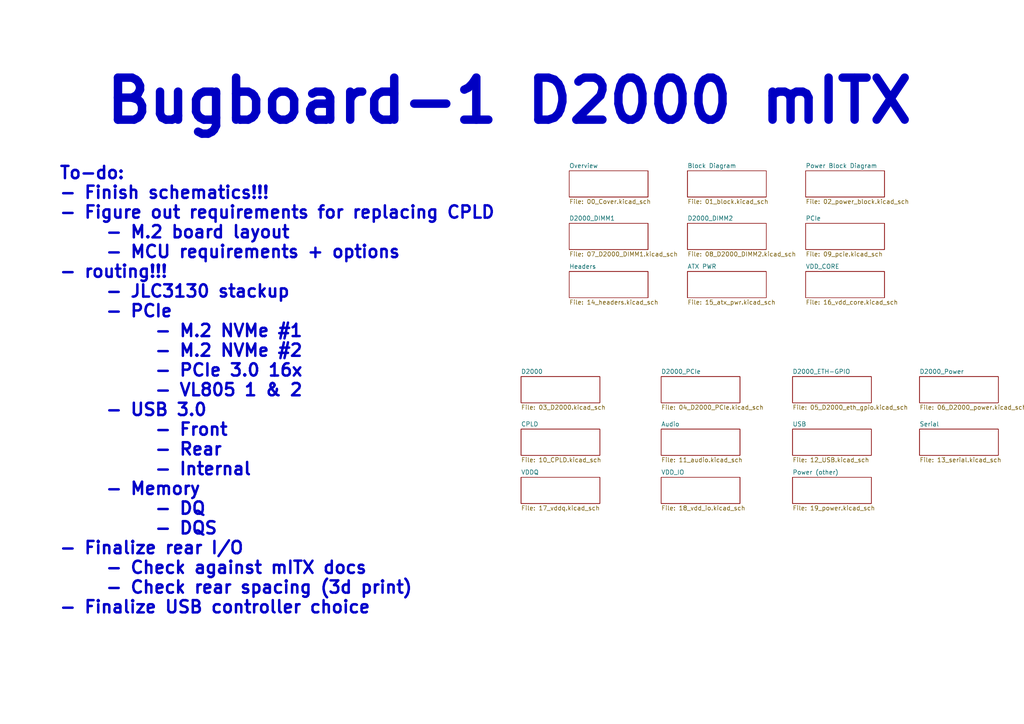
<source format=kicad_sch>
(kicad_sch
	(version 20250114)
	(generator "eeschema")
	(generator_version "9.0")
	(uuid "21839173-5070-4dd1-a061-b2cf3eec5d36")
	(paper "A4")
	(title_block
		(title "Bugboard-1 D2000 mITX")
		(date "2025-05-23")
		(rev "1.0")
	)
	(lib_symbols)
	(text "Bugboard-1 D2000 mITX"
		(exclude_from_sim no)
		(at 29.718 36.576 0)
		(effects
			(font
				(size 12.192 12.192)
				(thickness 2.4384)
				(bold yes)
			)
			(justify left bottom)
		)
		(uuid "196a0dbf-0500-4880-9cd5-3a3bc430d07b")
	)
	(text "To-do:\n- Finish schematics!!!\n- Figure out requirements for replacing CPLD\n	- M.2 board layout\n	- MCU requirements + options\n- routing!!!\n	- JLC3130 stackup\n	- PCIe\n		- M.2 NVMe #1\n		- M.2 NVMe #2\n		- PCIe 3.0 16x\n		- VL805 1 & 2\n	- USB 3.0\n		- Front\n		- Rear\n		- Internal\n	- Memory\n		- DQ\n		- DQS\n- Finalize rear I/O\n	- Check against mITX docs\n	- Check rear spacing (3d print)\n- Finalize USB controller choice\n"
		(exclude_from_sim no)
		(at 17.018 113.284 0)
		(effects
			(font
				(size 3.556 3.556)
				(thickness 0.7112)
				(bold yes)
			)
			(justify left)
		)
		(uuid "c9b4f2ba-4348-460c-b4ef-89693b593da9")
	)
	(sheet
		(at 165.1 64.77)
		(size 22.86 7.62)
		(exclude_from_sim no)
		(in_bom yes)
		(on_board yes)
		(dnp no)
		(fields_autoplaced yes)
		(stroke
			(width 0.1524)
			(type solid)
		)
		(fill
			(color 0 0 0 0.0000)
		)
		(uuid "03217e51-4542-4460-9abe-88ae1b679092")
		(property "Sheetname" "D2000_DIMM1"
			(at 165.1 64.0584 0)
			(effects
				(font
					(size 1.27 1.27)
				)
				(justify left bottom)
			)
		)
		(property "Sheetfile" "07_D2000_DIMM1.kicad_sch"
			(at 165.1 72.9746 0)
			(effects
				(font
					(size 1.27 1.27)
				)
				(justify left top)
			)
		)
		(instances
			(project "d2000-mitx"
				(path "/21839173-5070-4dd1-a061-b2cf3eec5d36"
					(page "9")
				)
			)
		)
	)
	(sheet
		(at 266.7 109.22)
		(size 22.86 7.62)
		(exclude_from_sim no)
		(in_bom yes)
		(on_board yes)
		(dnp no)
		(fields_autoplaced yes)
		(stroke
			(width 0.1524)
			(type solid)
		)
		(fill
			(color 0 0 0 0.0000)
		)
		(uuid "06db2744-7f5f-46f4-a95a-4cf9c4759ca5")
		(property "Sheetname" "D2000_Power"
			(at 266.7 108.5084 0)
			(effects
				(font
					(size 1.27 1.27)
				)
				(justify left bottom)
			)
		)
		(property "Sheetfile" "06_D2000_power.kicad_sch"
			(at 266.7 117.4246 0)
			(effects
				(font
					(size 1.27 1.27)
				)
				(justify left top)
			)
		)
		(instances
			(project "d2000-mitx"
				(path "/21839173-5070-4dd1-a061-b2cf3eec5d36"
					(page "8")
				)
			)
		)
	)
	(sheet
		(at 229.87 109.22)
		(size 22.86 7.62)
		(exclude_from_sim no)
		(in_bom yes)
		(on_board yes)
		(dnp no)
		(fields_autoplaced yes)
		(stroke
			(width 0.1524)
			(type solid)
		)
		(fill
			(color 0 0 0 0.0000)
		)
		(uuid "22f2bc6e-8823-40b0-bfed-bd2b018c963b")
		(property "Sheetname" "D2000_ETH-GPIO"
			(at 229.87 108.5084 0)
			(effects
				(font
					(size 1.27 1.27)
				)
				(justify left bottom)
			)
		)
		(property "Sheetfile" "05_D2000_eth_gpio.kicad_sch"
			(at 229.87 117.4246 0)
			(effects
				(font
					(size 1.27 1.27)
				)
				(justify left top)
			)
		)
		(instances
			(project "d2000-mitx"
				(path "/21839173-5070-4dd1-a061-b2cf3eec5d36"
					(page "7")
				)
			)
		)
	)
	(sheet
		(at 151.13 109.22)
		(size 22.86 7.62)
		(exclude_from_sim no)
		(in_bom yes)
		(on_board yes)
		(dnp no)
		(fields_autoplaced yes)
		(stroke
			(width 0.1524)
			(type solid)
		)
		(fill
			(color 0 0 0 0.0000)
		)
		(uuid "2366b2e4-9a98-4894-9625-fb986ebf14b8")
		(property "Sheetname" "D2000"
			(at 151.13 108.5084 0)
			(effects
				(font
					(size 1.27 1.27)
				)
				(justify left bottom)
			)
		)
		(property "Sheetfile" "03_D2000.kicad_sch"
			(at 151.13 117.4246 0)
			(effects
				(font
					(size 1.27 1.27)
				)
				(justify left top)
			)
		)
		(instances
			(project "d2000-mitx"
				(path "/21839173-5070-4dd1-a061-b2cf3eec5d36"
					(page "5")
				)
			)
		)
	)
	(sheet
		(at 151.13 124.46)
		(size 22.86 7.62)
		(exclude_from_sim no)
		(in_bom yes)
		(on_board yes)
		(dnp no)
		(fields_autoplaced yes)
		(stroke
			(width 0.1524)
			(type solid)
		)
		(fill
			(color 0 0 0 0.0000)
		)
		(uuid "2ed5404c-a742-44c3-9bb5-b72a037de536")
		(property "Sheetname" "CPLD"
			(at 151.13 123.7484 0)
			(effects
				(font
					(size 1.27 1.27)
				)
				(justify left bottom)
			)
		)
		(property "Sheetfile" "10_CPLD.kicad_sch"
			(at 151.13 132.6646 0)
			(effects
				(font
					(size 1.27 1.27)
				)
				(justify left top)
			)
		)
		(instances
			(project "d2000-mitx"
				(path "/21839173-5070-4dd1-a061-b2cf3eec5d36"
					(page "12")
				)
			)
		)
	)
	(sheet
		(at 191.77 109.22)
		(size 22.86 7.62)
		(exclude_from_sim no)
		(in_bom yes)
		(on_board yes)
		(dnp no)
		(fields_autoplaced yes)
		(stroke
			(width 0.1524)
			(type solid)
		)
		(fill
			(color 0 0 0 0.0000)
		)
		(uuid "39e6d156-bdb7-419a-b614-bf5717acdb15")
		(property "Sheetname" "D2000_PCIe"
			(at 191.77 108.5084 0)
			(effects
				(font
					(size 1.27 1.27)
				)
				(justify left bottom)
			)
		)
		(property "Sheetfile" "04_D2000_PCIe.kicad_sch"
			(at 191.77 117.4246 0)
			(effects
				(font
					(size 1.27 1.27)
				)
				(justify left top)
			)
		)
		(instances
			(project "d2000-mitx"
				(path "/21839173-5070-4dd1-a061-b2cf3eec5d36"
					(page "6")
				)
			)
		)
	)
	(sheet
		(at 151.13 138.43)
		(size 22.86 7.62)
		(exclude_from_sim no)
		(in_bom yes)
		(on_board yes)
		(dnp no)
		(fields_autoplaced yes)
		(stroke
			(width 0.1524)
			(type solid)
		)
		(fill
			(color 0 0 0 0.0000)
		)
		(uuid "3a1f8eeb-4e6a-45d8-8095-6c3e755bd8b9")
		(property "Sheetname" "VDDQ"
			(at 151.13 137.7184 0)
			(effects
				(font
					(size 1.27 1.27)
				)
				(justify left bottom)
			)
		)
		(property "Sheetfile" "17_vddq.kicad_sch"
			(at 151.13 146.6346 0)
			(effects
				(font
					(size 1.27 1.27)
				)
				(justify left top)
			)
		)
		(instances
			(project "d2000-mitx"
				(path "/21839173-5070-4dd1-a061-b2cf3eec5d36"
					(page "19")
				)
			)
		)
	)
	(sheet
		(at 191.77 138.43)
		(size 22.86 7.62)
		(exclude_from_sim no)
		(in_bom yes)
		(on_board yes)
		(dnp no)
		(fields_autoplaced yes)
		(stroke
			(width 0.1524)
			(type solid)
		)
		(fill
			(color 0 0 0 0.0000)
		)
		(uuid "6a14514f-b627-4ceb-a2f8-4b0de3810adf")
		(property "Sheetname" "VDD_IO"
			(at 191.77 137.7184 0)
			(effects
				(font
					(size 1.27 1.27)
				)
				(justify left bottom)
			)
		)
		(property "Sheetfile" "18_vdd_io.kicad_sch"
			(at 191.77 146.6346 0)
			(effects
				(font
					(size 1.27 1.27)
				)
				(justify left top)
			)
		)
		(instances
			(project "d2000-mitx"
				(path "/21839173-5070-4dd1-a061-b2cf3eec5d36"
					(page "20")
				)
			)
		)
	)
	(sheet
		(at 229.87 138.43)
		(size 22.86 7.62)
		(exclude_from_sim no)
		(in_bom yes)
		(on_board yes)
		(dnp no)
		(fields_autoplaced yes)
		(stroke
			(width 0.1524)
			(type solid)
		)
		(fill
			(color 0 0 0 0.0000)
		)
		(uuid "772a153b-b858-455e-bc35-1c2c7e42d8ea")
		(property "Sheetname" "Power (other)"
			(at 229.87 137.7184 0)
			(effects
				(font
					(size 1.27 1.27)
				)
				(justify left bottom)
			)
		)
		(property "Sheetfile" "19_power.kicad_sch"
			(at 229.87 146.6346 0)
			(effects
				(font
					(size 1.27 1.27)
				)
				(justify left top)
			)
		)
		(instances
			(project "d2000-mitx"
				(path "/21839173-5070-4dd1-a061-b2cf3eec5d36"
					(page "21")
				)
			)
		)
	)
	(sheet
		(at 233.68 78.74)
		(size 22.86 7.62)
		(exclude_from_sim no)
		(in_bom yes)
		(on_board yes)
		(dnp no)
		(fields_autoplaced yes)
		(stroke
			(width 0.1524)
			(type solid)
		)
		(fill
			(color 0 0 0 0.0000)
		)
		(uuid "7dbc3300-18c4-41de-81c5-3eecefe1b3f2")
		(property "Sheetname" "VDD_CORE"
			(at 233.68 78.0284 0)
			(effects
				(font
					(size 1.27 1.27)
				)
				(justify left bottom)
			)
		)
		(property "Sheetfile" "16_vdd_core.kicad_sch"
			(at 233.68 86.9446 0)
			(effects
				(font
					(size 1.27 1.27)
				)
				(justify left top)
			)
		)
		(instances
			(project "d2000-mitx"
				(path "/21839173-5070-4dd1-a061-b2cf3eec5d36"
					(page "18")
				)
			)
		)
	)
	(sheet
		(at 229.87 124.46)
		(size 22.86 7.62)
		(exclude_from_sim no)
		(in_bom yes)
		(on_board yes)
		(dnp no)
		(fields_autoplaced yes)
		(stroke
			(width 0.1524)
			(type solid)
		)
		(fill
			(color 0 0 0 0.0000)
		)
		(uuid "8240fac1-69ed-4442-917c-327475f6702f")
		(property "Sheetname" "USB"
			(at 229.87 123.7484 0)
			(effects
				(font
					(size 1.27 1.27)
				)
				(justify left bottom)
			)
		)
		(property "Sheetfile" "12_USB.kicad_sch"
			(at 229.87 132.6646 0)
			(effects
				(font
					(size 1.27 1.27)
				)
				(justify left top)
			)
		)
		(instances
			(project "d2000-mitx"
				(path "/21839173-5070-4dd1-a061-b2cf3eec5d36"
					(page "14")
				)
			)
		)
	)
	(sheet
		(at 165.1 49.53)
		(size 22.86 7.62)
		(exclude_from_sim no)
		(in_bom yes)
		(on_board yes)
		(dnp no)
		(fields_autoplaced yes)
		(stroke
			(width 0.1524)
			(type solid)
		)
		(fill
			(color 0 0 0 0.0000)
		)
		(uuid "891ed5d3-60d1-44ad-8867-ab2eee8d0e07")
		(property "Sheetname" "Overview"
			(at 165.1 48.8184 0)
			(effects
				(font
					(size 1.27 1.27)
				)
				(justify left bottom)
			)
		)
		(property "Sheetfile" "00_Cover.kicad_sch"
			(at 165.1 57.7346 0)
			(effects
				(font
					(size 1.27 1.27)
				)
				(justify left top)
			)
		)
		(instances
			(project "d2000-mitx"
				(path "/21839173-5070-4dd1-a061-b2cf3eec5d36"
					(page "2")
				)
			)
		)
	)
	(sheet
		(at 266.7 124.46)
		(size 22.86 7.62)
		(exclude_from_sim no)
		(in_bom yes)
		(on_board yes)
		(dnp no)
		(fields_autoplaced yes)
		(stroke
			(width 0.1524)
			(type solid)
		)
		(fill
			(color 0 0 0 0.0000)
		)
		(uuid "95320034-21b2-4a7b-998b-417089042498")
		(property "Sheetname" "Serial"
			(at 266.7 123.7484 0)
			(effects
				(font
					(size 1.27 1.27)
				)
				(justify left bottom)
			)
		)
		(property "Sheetfile" "13_serial.kicad_sch"
			(at 266.7 132.6646 0)
			(effects
				(font
					(size 1.27 1.27)
				)
				(justify left top)
			)
		)
		(instances
			(project "d2000-mitx"
				(path "/21839173-5070-4dd1-a061-b2cf3eec5d36"
					(page "15")
				)
			)
		)
	)
	(sheet
		(at 191.77 124.46)
		(size 22.86 7.62)
		(exclude_from_sim no)
		(in_bom yes)
		(on_board yes)
		(dnp no)
		(fields_autoplaced yes)
		(stroke
			(width 0.1524)
			(type solid)
		)
		(fill
			(color 0 0 0 0.0000)
		)
		(uuid "9d6c2f91-dc71-46e7-8e96-b17f88f9abea")
		(property "Sheetname" "Audio"
			(at 191.77 123.7484 0)
			(effects
				(font
					(size 1.27 1.27)
				)
				(justify left bottom)
			)
		)
		(property "Sheetfile" "11_audio.kicad_sch"
			(at 191.77 132.6646 0)
			(effects
				(font
					(size 1.27 1.27)
				)
				(justify left top)
			)
		)
		(instances
			(project "d2000-mitx"
				(path "/21839173-5070-4dd1-a061-b2cf3eec5d36"
					(page "13")
				)
			)
		)
	)
	(sheet
		(at 199.39 78.74)
		(size 22.86 7.62)
		(exclude_from_sim no)
		(in_bom yes)
		(on_board yes)
		(dnp no)
		(fields_autoplaced yes)
		(stroke
			(width 0.1524)
			(type solid)
		)
		(fill
			(color 0 0 0 0.0000)
		)
		(uuid "b2ffb3bc-3306-419d-94b6-2e3459db81b9")
		(property "Sheetname" "ATX PWR"
			(at 199.39 78.0284 0)
			(effects
				(font
					(size 1.27 1.27)
				)
				(justify left bottom)
			)
		)
		(property "Sheetfile" "15_atx_pwr.kicad_sch"
			(at 199.39 86.9446 0)
			(effects
				(font
					(size 1.27 1.27)
				)
				(justify left top)
			)
		)
		(instances
			(project "d2000-mitx"
				(path "/21839173-5070-4dd1-a061-b2cf3eec5d36"
					(page "17")
				)
			)
		)
	)
	(sheet
		(at 199.39 64.77)
		(size 22.86 7.62)
		(exclude_from_sim no)
		(in_bom yes)
		(on_board yes)
		(dnp no)
		(fields_autoplaced yes)
		(stroke
			(width 0.1524)
			(type solid)
		)
		(fill
			(color 0 0 0 0.0000)
		)
		(uuid "ca0b199f-195e-452e-a321-10729616e968")
		(property "Sheetname" "D2000_DIMM2"
			(at 199.39 64.0584 0)
			(effects
				(font
					(size 1.27 1.27)
				)
				(justify left bottom)
			)
		)
		(property "Sheetfile" "08_D2000_DIMM2.kicad_sch"
			(at 199.39 72.9746 0)
			(effects
				(font
					(size 1.27 1.27)
				)
				(justify left top)
			)
		)
		(instances
			(project "d2000-mitx"
				(path "/21839173-5070-4dd1-a061-b2cf3eec5d36"
					(page "10")
				)
			)
		)
	)
	(sheet
		(at 199.39 49.53)
		(size 22.86 7.62)
		(exclude_from_sim no)
		(in_bom yes)
		(on_board yes)
		(dnp no)
		(fields_autoplaced yes)
		(stroke
			(width 0.1524)
			(type solid)
		)
		(fill
			(color 0 0 0 0.0000)
		)
		(uuid "ce8216c6-3d92-48d1-936d-0a25ffd833ca")
		(property "Sheetname" "Block Diagram"
			(at 199.39 48.8184 0)
			(effects
				(font
					(size 1.27 1.27)
				)
				(justify left bottom)
			)
		)
		(property "Sheetfile" "01_block.kicad_sch"
			(at 199.39 57.7346 0)
			(effects
				(font
					(size 1.27 1.27)
				)
				(justify left top)
			)
		)
		(instances
			(project "d2000-mitx"
				(path "/21839173-5070-4dd1-a061-b2cf3eec5d36"
					(page "3")
				)
			)
		)
	)
	(sheet
		(at 233.68 64.77)
		(size 22.86 7.62)
		(exclude_from_sim no)
		(in_bom yes)
		(on_board yes)
		(dnp no)
		(fields_autoplaced yes)
		(stroke
			(width 0.1524)
			(type solid)
		)
		(fill
			(color 0 0 0 0.0000)
		)
		(uuid "cf5a1a22-dc82-45ba-acb8-b74ae3bd5aed")
		(property "Sheetname" "PCIe"
			(at 233.68 64.0584 0)
			(effects
				(font
					(size 1.27 1.27)
				)
				(justify left bottom)
			)
		)
		(property "Sheetfile" "09_pcie.kicad_sch"
			(at 233.68 72.9746 0)
			(effects
				(font
					(size 1.27 1.27)
				)
				(justify left top)
			)
		)
		(instances
			(project "d2000-mitx"
				(path "/21839173-5070-4dd1-a061-b2cf3eec5d36"
					(page "11")
				)
			)
		)
	)
	(sheet
		(at 233.68 49.53)
		(size 22.86 7.62)
		(exclude_from_sim no)
		(in_bom yes)
		(on_board yes)
		(dnp no)
		(fields_autoplaced yes)
		(stroke
			(width 0.1524)
			(type solid)
		)
		(fill
			(color 0 0 0 0.0000)
		)
		(uuid "dc25b55f-0713-4368-afb0-9d7e2dcc62ef")
		(property "Sheetname" "Power Block Diagram"
			(at 233.68 48.8184 0)
			(effects
				(font
					(size 1.27 1.27)
				)
				(justify left bottom)
			)
		)
		(property "Sheetfile" "02_power_block.kicad_sch"
			(at 233.68 57.7346 0)
			(effects
				(font
					(size 1.27 1.27)
				)
				(justify left top)
			)
		)
		(instances
			(project "d2000-mitx"
				(path "/21839173-5070-4dd1-a061-b2cf3eec5d36"
					(page "4")
				)
			)
		)
	)
	(sheet
		(at 165.1 78.74)
		(size 22.86 7.62)
		(exclude_from_sim no)
		(in_bom yes)
		(on_board yes)
		(dnp no)
		(fields_autoplaced yes)
		(stroke
			(width 0.1524)
			(type solid)
		)
		(fill
			(color 0 0 0 0.0000)
		)
		(uuid "efecd98c-6803-411f-98fa-7daa1309ca99")
		(property "Sheetname" "Headers"
			(at 165.1 78.0284 0)
			(effects
				(font
					(size 1.27 1.27)
				)
				(justify left bottom)
			)
		)
		(property "Sheetfile" "14_headers.kicad_sch"
			(at 165.1 86.9446 0)
			(effects
				(font
					(size 1.27 1.27)
				)
				(justify left top)
			)
		)
		(instances
			(project "d2000-mitx"
				(path "/21839173-5070-4dd1-a061-b2cf3eec5d36"
					(page "16")
				)
			)
		)
	)
	(sheet_instances
		(path "/"
			(page "1")
		)
	)
	(embedded_fonts no)
)

</source>
